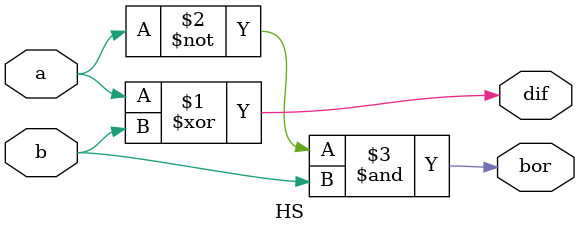
<source format=v>
module HS(a,b,dif,bor);
input a,b;
output dif,bor;
assign dif = a^b;
assign bor = ~a&b;
endmodule 

</source>
